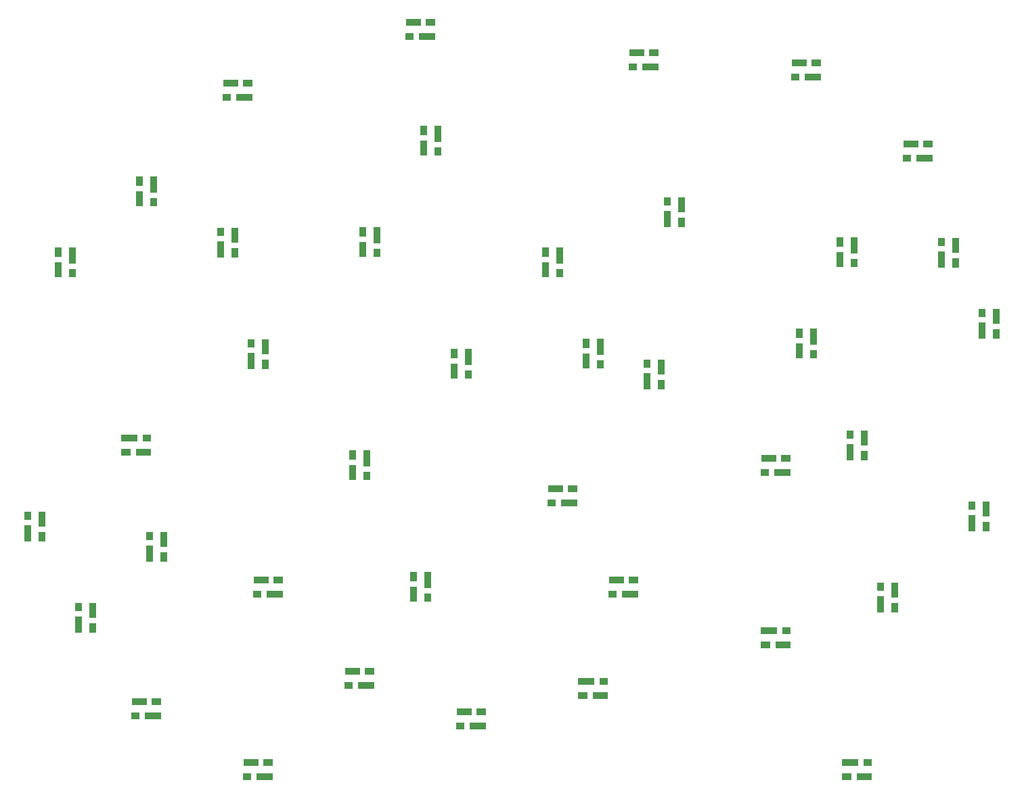
<source format=gbp>
G04 EAGLE Gerber RS-274X export*
G75*
%MOMM*%
%FSLAX34Y34*%
%LPD*%
%INSolderpaste Bottom*%
%IPPOS*%
%AMOC8*
5,1,8,0,0,1.08239X$1,22.5*%
G01*
%ADD10R,0.850000X1.900000*%
%ADD11R,0.850000X1.000000*%
%ADD12R,0.850000X1.150000*%
%ADD13R,0.850000X2.000000*%
%ADD14R,1.900000X0.850000*%
%ADD15R,1.000000X0.850000*%
%ADD16R,1.150000X0.850000*%
%ADD17R,2.000000X0.850000*%


D10*
X130950Y702200D03*
D11*
X148450Y697700D03*
D12*
X130950Y723950D03*
D13*
X148450Y719700D03*
D10*
X232550Y791100D03*
D11*
X250050Y786600D03*
D12*
X232550Y812850D03*
D13*
X250050Y808600D03*
D14*
X346600Y935850D03*
D15*
X342100Y918350D03*
D16*
X368350Y935850D03*
D17*
X364100Y918350D03*
D10*
X351650Y745600D03*
D11*
X334150Y750100D03*
D12*
X351650Y723850D03*
D13*
X334150Y728100D03*
D10*
X389750Y605900D03*
D11*
X372250Y610400D03*
D12*
X389750Y584150D03*
D13*
X372250Y588400D03*
D14*
X237600Y473850D03*
D15*
X242100Y491350D03*
D16*
X215850Y473850D03*
D17*
X220100Y491350D03*
D10*
X110350Y390000D03*
D11*
X92850Y394500D03*
D12*
X110350Y368250D03*
D13*
X92850Y372500D03*
D10*
X262750Y364600D03*
D11*
X245250Y369100D03*
D12*
X262750Y342850D03*
D13*
X245250Y347100D03*
D10*
X173850Y275700D03*
D11*
X156350Y280200D03*
D12*
X173850Y253950D03*
D13*
X156350Y258200D03*
D14*
X232300Y161150D03*
D15*
X227800Y143650D03*
D16*
X254050Y161150D03*
D17*
X249800Y143650D03*
D14*
X372000Y84950D03*
D15*
X367500Y67450D03*
D16*
X393750Y84950D03*
D17*
X389500Y67450D03*
D14*
X384700Y313550D03*
D15*
X380200Y296050D03*
D16*
X406450Y313550D03*
D17*
X402200Y296050D03*
D14*
X499000Y199250D03*
D15*
X494500Y181750D03*
D16*
X520750Y199250D03*
D17*
X516500Y181750D03*
D14*
X638700Y148450D03*
D15*
X634200Y130950D03*
D16*
X660450Y148450D03*
D17*
X656200Y130950D03*
D10*
X575450Y295800D03*
D11*
X592950Y291300D03*
D12*
X575450Y317550D03*
D13*
X592950Y313300D03*
D10*
X499250Y448200D03*
D11*
X516750Y443700D03*
D12*
X499250Y469950D03*
D13*
X516750Y465700D03*
D10*
X626250Y575200D03*
D11*
X643750Y570700D03*
D12*
X626250Y596950D03*
D13*
X643750Y592700D03*
D10*
X511950Y727600D03*
D11*
X529450Y723100D03*
D12*
X511950Y749350D03*
D13*
X529450Y745100D03*
D10*
X588150Y854600D03*
D11*
X605650Y850100D03*
D12*
X588150Y876350D03*
D13*
X605650Y872100D03*
D14*
X575200Y1012050D03*
D15*
X570700Y994550D03*
D16*
X596950Y1012050D03*
D17*
X592700Y994550D03*
D14*
X753000Y427850D03*
D15*
X748500Y410350D03*
D16*
X774750Y427850D03*
D17*
X770500Y410350D03*
D10*
X791350Y587900D03*
D11*
X808850Y583400D03*
D12*
X791350Y609650D03*
D13*
X808850Y605400D03*
D10*
X740550Y702200D03*
D11*
X758050Y697700D03*
D12*
X740550Y723950D03*
D13*
X758050Y719700D03*
D14*
X854600Y973950D03*
D15*
X850100Y956450D03*
D16*
X876350Y973950D03*
D17*
X872100Y956450D03*
D10*
X910450Y783700D03*
D11*
X892950Y788200D03*
D12*
X910450Y761950D03*
D13*
X892950Y766200D03*
D10*
X885050Y580500D03*
D11*
X867550Y585000D03*
D12*
X885050Y558750D03*
D13*
X867550Y563000D03*
D14*
X829200Y313550D03*
D15*
X824700Y296050D03*
D16*
X850950Y313550D03*
D17*
X846700Y296050D03*
D14*
X1019700Y465950D03*
D15*
X1015200Y448450D03*
D16*
X1041450Y465950D03*
D17*
X1037200Y448450D03*
D10*
X1058050Y600600D03*
D11*
X1075550Y596100D03*
D12*
X1058050Y622350D03*
D13*
X1075550Y618100D03*
D10*
X1108850Y714900D03*
D11*
X1126350Y710400D03*
D12*
X1108850Y736650D03*
D13*
X1126350Y732400D03*
D14*
X1057800Y961250D03*
D15*
X1053300Y943750D03*
D16*
X1079550Y961250D03*
D17*
X1075300Y943750D03*
D14*
X1197500Y859650D03*
D15*
X1193000Y842150D03*
D16*
X1219250Y859650D03*
D17*
X1215000Y842150D03*
D10*
X1253350Y732900D03*
D11*
X1235850Y737400D03*
D12*
X1253350Y711150D03*
D13*
X1235850Y715400D03*
D10*
X1304150Y644000D03*
D11*
X1286650Y648500D03*
D12*
X1304150Y622250D03*
D13*
X1286650Y626500D03*
D10*
X1139050Y491600D03*
D11*
X1121550Y496100D03*
D12*
X1139050Y469850D03*
D13*
X1121550Y474100D03*
D10*
X1291450Y402700D03*
D11*
X1273950Y407200D03*
D12*
X1291450Y380950D03*
D13*
X1273950Y385200D03*
D10*
X1177150Y301100D03*
D11*
X1159650Y305600D03*
D12*
X1177150Y279350D03*
D13*
X1159650Y283600D03*
D14*
X1139300Y67450D03*
D15*
X1143800Y84950D03*
D16*
X1117550Y67450D03*
D17*
X1121800Y84950D03*
D14*
X1037700Y232550D03*
D15*
X1042200Y250050D03*
D16*
X1015950Y232550D03*
D17*
X1020200Y250050D03*
D14*
X809100Y169050D03*
D15*
X813600Y186550D03*
D16*
X787350Y169050D03*
D17*
X791600Y186550D03*
M02*

</source>
